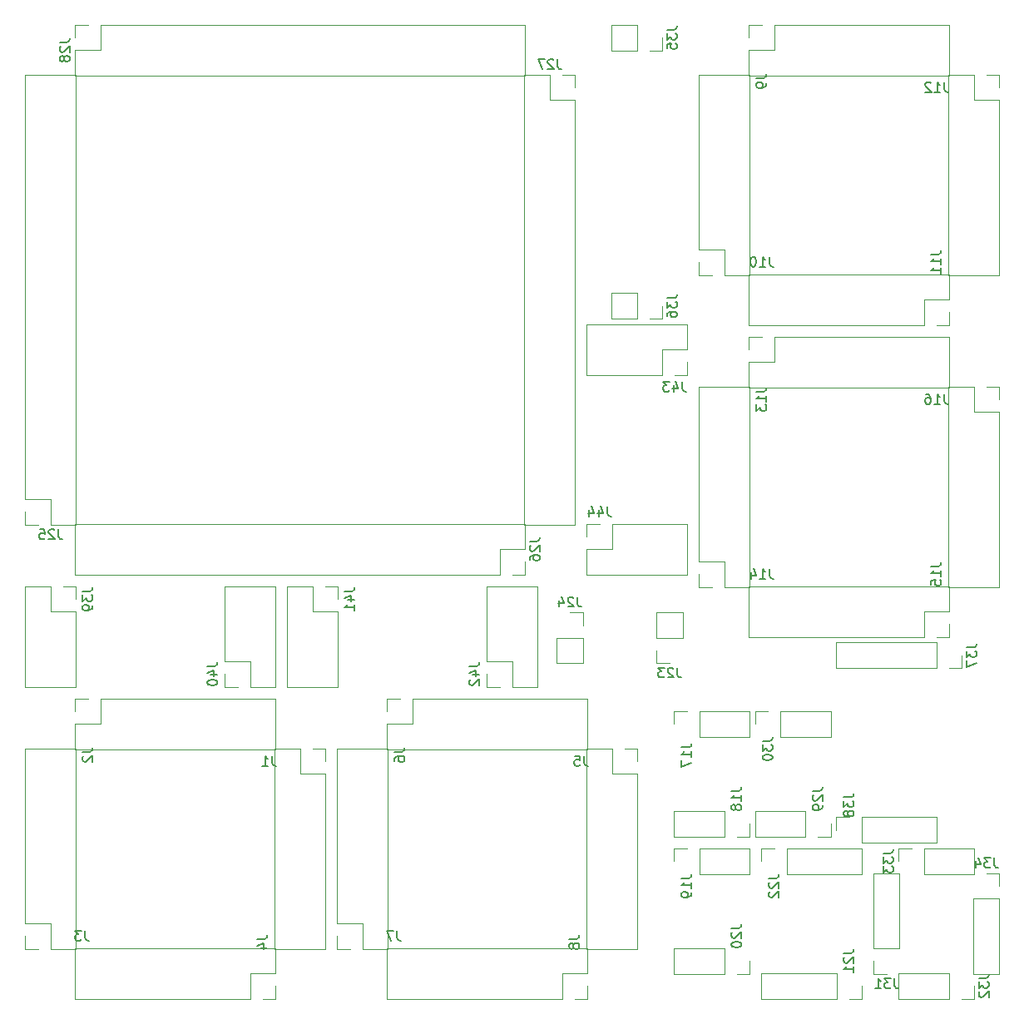
<source format=gbr>
G04 #@! TF.GenerationSoftware,KiCad,Pcbnew,5.0.2-bee76a0~70~ubuntu16.04.1*
G04 #@! TF.CreationDate,2019-05-26T13:41:25+03:00*
G04 #@! TF.ProjectId,FreeEEG32-prealpha2,46726565-4545-4473-9332-2d707265616c,rev?*
G04 #@! TF.SameCoordinates,Original*
G04 #@! TF.FileFunction,Legend,Bot*
G04 #@! TF.FilePolarity,Positive*
%FSLAX46Y46*%
G04 Gerber Fmt 4.6, Leading zero omitted, Abs format (unit mm)*
G04 Created by KiCad (PCBNEW 5.0.2-bee76a0~70~ubuntu16.04.1) date Вс 26 май 2019 13:41:25*
%MOMM*%
%LPD*%
G01*
G04 APERTURE LIST*
%ADD10C,0.120000*%
%ADD11C,0.150000*%
G04 APERTURE END LIST*
D10*
G04 #@! TO.C,J17*
X16450150Y-20260430D02*
X16450150Y-21590430D01*
X17780150Y-20260430D02*
X16450150Y-20260430D01*
X19050150Y-20260430D02*
X19050150Y-22920430D01*
X19050150Y-22920430D02*
X24190150Y-22920430D01*
X19050150Y-20260430D02*
X24190150Y-20260430D01*
X24190150Y-20260430D02*
X24190150Y-22920430D01*
G04 #@! TO.C,J39*
X-44390000Y-7560000D02*
X-45720000Y-7560000D01*
X-44390000Y-8890000D02*
X-44390000Y-7560000D01*
X-46990000Y-7560000D02*
X-49590000Y-7560000D01*
X-46990000Y-10160000D02*
X-46990000Y-7560000D01*
X-44390000Y-10160000D02*
X-46990000Y-10160000D01*
X-49590000Y-7560000D02*
X-49590000Y-17840000D01*
X-44390000Y-10160000D02*
X-44390000Y-17840000D01*
X-44390000Y-17840000D02*
X-49590000Y-17840000D01*
G04 #@! TO.C,J40*
X-29270000Y-7560000D02*
X-24070000Y-7560000D01*
X-29270000Y-15240000D02*
X-29270000Y-7560000D01*
X-24070000Y-17840000D02*
X-24070000Y-7560000D01*
X-29270000Y-15240000D02*
X-26670000Y-15240000D01*
X-26670000Y-15240000D02*
X-26670000Y-17840000D01*
X-26670000Y-17840000D02*
X-24070000Y-17840000D01*
X-29270000Y-16510000D02*
X-29270000Y-17840000D01*
X-29270000Y-17840000D02*
X-27940000Y-17840000D01*
G04 #@! TO.C,J41*
X-17720000Y-17840000D02*
X-22920000Y-17840000D01*
X-17720000Y-10160000D02*
X-17720000Y-17840000D01*
X-22920000Y-7560000D02*
X-22920000Y-17840000D01*
X-17720000Y-10160000D02*
X-20320000Y-10160000D01*
X-20320000Y-10160000D02*
X-20320000Y-7560000D01*
X-20320000Y-7560000D02*
X-22920000Y-7560000D01*
X-17720000Y-8890000D02*
X-17720000Y-7560000D01*
X-17720000Y-7560000D02*
X-19050000Y-7560000D01*
G04 #@! TO.C,J42*
X-2600000Y-17840000D02*
X-1270000Y-17840000D01*
X-2600000Y-16510000D02*
X-2600000Y-17840000D01*
X0Y-17840000D02*
X2600000Y-17840000D01*
X0Y-15240000D02*
X0Y-17840000D01*
X-2600000Y-15240000D02*
X0Y-15240000D01*
X2600000Y-17840000D02*
X2600000Y-7560000D01*
X-2600000Y-15240000D02*
X-2600000Y-7560000D01*
X-2600000Y-7560000D02*
X2600000Y-7560000D01*
G04 #@! TO.C,J22*
X35620000Y-34230000D02*
X35620000Y-36890000D01*
X27940000Y-34230000D02*
X35620000Y-34230000D01*
X27940000Y-36890000D02*
X35620000Y-36890000D01*
X27940000Y-34230000D02*
X27940000Y-36890000D01*
X26670000Y-34230000D02*
X25340000Y-34230000D01*
X25340000Y-34230000D02*
X25340000Y-35560000D01*
G04 #@! TO.C,J16*
X49590000Y12760000D02*
X48260000Y12760000D01*
X49590000Y11430000D02*
X49590000Y12760000D01*
X46990000Y12760000D02*
X44390000Y12760000D01*
X46990000Y10160000D02*
X46990000Y12760000D01*
X49590000Y10160000D02*
X46990000Y10160000D01*
X44390000Y12760000D02*
X44390000Y-7680000D01*
X49590000Y10160000D02*
X49590000Y-7680000D01*
X49590000Y-7680000D02*
X44390000Y-7680000D01*
G04 #@! TO.C,J43*
X17840000Y13910000D02*
X17840000Y15240000D01*
X16510000Y13910000D02*
X17840000Y13910000D01*
X17840000Y16510000D02*
X17840000Y19110000D01*
X15240000Y16510000D02*
X17840000Y16510000D01*
X15240000Y13910000D02*
X15240000Y16510000D01*
X17840000Y19110000D02*
X7560000Y19110000D01*
X15240000Y13910000D02*
X7560000Y13910000D01*
X7560000Y13910000D02*
X7560000Y19110000D01*
G04 #@! TO.C,J44*
X17840000Y-1210000D02*
X17840000Y-6410000D01*
X10160000Y-1210000D02*
X17840000Y-1210000D01*
X7560000Y-6410000D02*
X17840000Y-6410000D01*
X10160000Y-1210000D02*
X10160000Y-3810000D01*
X10160000Y-3810000D02*
X7560000Y-3810000D01*
X7560000Y-3810000D02*
X7560000Y-6410000D01*
X8890000Y-1210000D02*
X7560000Y-1210000D01*
X7560000Y-1210000D02*
X7560000Y-2540000D01*
G04 #@! TO.C,J21*
X25340000Y-49590000D02*
X25340000Y-46930000D01*
X33020000Y-49590000D02*
X25340000Y-49590000D01*
X33020000Y-46930000D02*
X25340000Y-46930000D01*
X33020000Y-49590000D02*
X33020000Y-46930000D01*
X34290000Y-49590000D02*
X35620000Y-49590000D01*
X35620000Y-49590000D02*
X35620000Y-48260000D01*
G04 #@! TO.C,J30*
X24705000Y-20260000D02*
X24705000Y-21590000D01*
X26035000Y-20260000D02*
X24705000Y-20260000D01*
X27305000Y-20260000D02*
X27305000Y-22920000D01*
X27305000Y-22920000D02*
X32445000Y-22920000D01*
X27305000Y-20260000D02*
X32445000Y-20260000D01*
X32445000Y-20260000D02*
X32445000Y-22920000D01*
G04 #@! TO.C,J29*
X32445000Y-33080000D02*
X32445000Y-31750000D01*
X31115000Y-33080000D02*
X32445000Y-33080000D01*
X29845000Y-33080000D02*
X29845000Y-30420000D01*
X29845000Y-30420000D02*
X24705000Y-30420000D01*
X29845000Y-33080000D02*
X24705000Y-33080000D01*
X24705000Y-33080000D02*
X24705000Y-30420000D01*
G04 #@! TO.C,J19*
X16450150Y-34230430D02*
X16450150Y-35560430D01*
X17780150Y-34230430D02*
X16450150Y-34230430D01*
X19050150Y-34230430D02*
X19050150Y-36890430D01*
X19050150Y-36890430D02*
X24190150Y-36890430D01*
X19050150Y-34230430D02*
X24190150Y-34230430D01*
X24190150Y-34230430D02*
X24190150Y-36890430D01*
G04 #@! TO.C,J20*
X24190150Y-47050431D02*
X24190150Y-45720431D01*
X22860150Y-47050431D02*
X24190150Y-47050431D01*
X21590150Y-47050431D02*
X21590150Y-44390431D01*
X21590150Y-44390431D02*
X16450150Y-44390431D01*
X21590150Y-47050431D02*
X16450150Y-47050431D01*
X16450150Y-47050431D02*
X16450150Y-44390431D01*
G04 #@! TO.C,J18*
X24190150Y-33080429D02*
X24190150Y-31750429D01*
X22860150Y-33080429D02*
X24190150Y-33080429D01*
X21590150Y-33080429D02*
X21590150Y-30420429D01*
X21590150Y-30420429D02*
X16450150Y-30420429D01*
X21590150Y-33080429D02*
X16450150Y-33080429D01*
X16450150Y-33080429D02*
X16450150Y-30420429D01*
G04 #@! TO.C,J23*
X14679089Y-10213353D02*
X17339089Y-10213353D01*
X14679089Y-12813353D02*
X14679089Y-10213353D01*
X17339089Y-12813353D02*
X17339089Y-10213353D01*
X14679089Y-12813353D02*
X17339089Y-12813353D01*
X14679089Y-14083353D02*
X14679089Y-15413353D01*
X14679089Y-15413353D02*
X16009089Y-15413353D01*
G04 #@! TO.C,J24*
X7179089Y-15413353D02*
X4519089Y-15413353D01*
X7179089Y-12813353D02*
X7179089Y-15413353D01*
X4519089Y-12813353D02*
X4519089Y-15413353D01*
X7179089Y-12813353D02*
X4519089Y-12813353D01*
X7179089Y-11543353D02*
X7179089Y-10213353D01*
X7179089Y-10213353D02*
X5849089Y-10213353D01*
G04 #@! TO.C,J5*
X12760000Y-24070000D02*
X11430000Y-24070000D01*
X12760000Y-25400000D02*
X12760000Y-24070000D01*
X10160000Y-24070000D02*
X7560000Y-24070000D01*
X10160000Y-26670000D02*
X10160000Y-24070000D01*
X12760000Y-26670000D02*
X10160000Y-26670000D01*
X7560000Y-24070000D02*
X7560000Y-44510000D01*
X12760000Y-26670000D02*
X12760000Y-44510000D01*
X12760000Y-44510000D02*
X7560000Y-44510000D01*
G04 #@! TO.C,J6*
X-12760000Y-18990000D02*
X-12760000Y-20320000D01*
X-11430000Y-18990000D02*
X-12760000Y-18990000D01*
X-12760000Y-21590000D02*
X-12760000Y-24190000D01*
X-10160000Y-21590000D02*
X-12760000Y-21590000D01*
X-10160000Y-18990000D02*
X-10160000Y-21590000D01*
X-12760000Y-24190000D02*
X7680000Y-24190000D01*
X-10160000Y-18990000D02*
X7680000Y-18990000D01*
X7680000Y-18990000D02*
X7680000Y-24190000D01*
G04 #@! TO.C,J7*
X-17840000Y-44510000D02*
X-16510000Y-44510000D01*
X-17840000Y-43180000D02*
X-17840000Y-44510000D01*
X-15240000Y-44510000D02*
X-12640000Y-44510000D01*
X-15240000Y-41910000D02*
X-15240000Y-44510000D01*
X-17840000Y-41910000D02*
X-15240000Y-41910000D01*
X-12640000Y-44510000D02*
X-12640000Y-24070000D01*
X-17840000Y-41910000D02*
X-17840000Y-24070000D01*
X-17840000Y-24070000D02*
X-12640000Y-24070000D01*
G04 #@! TO.C,J8*
X7680000Y-49590000D02*
X7680000Y-48260000D01*
X6350000Y-49590000D02*
X7680000Y-49590000D01*
X7680000Y-46990000D02*
X7680000Y-44390000D01*
X5080000Y-46990000D02*
X7680000Y-46990000D01*
X5080000Y-49590000D02*
X5080000Y-46990000D01*
X7680000Y-44390000D02*
X-12760000Y-44390000D01*
X5080000Y-49590000D02*
X-12760000Y-49590000D01*
X-12760000Y-49590000D02*
X-12760000Y-44390000D01*
G04 #@! TO.C,J15*
X44510000Y-12760000D02*
X44510000Y-11430000D01*
X43180000Y-12760000D02*
X44510000Y-12760000D01*
X44510000Y-10160000D02*
X44510000Y-7560000D01*
X41910000Y-10160000D02*
X44510000Y-10160000D01*
X41910000Y-12760000D02*
X41910000Y-10160000D01*
X44510000Y-7560000D02*
X24070000Y-7560000D01*
X41910000Y-12760000D02*
X24070000Y-12760000D01*
X24070000Y-12760000D02*
X24070000Y-7560000D01*
G04 #@! TO.C,J14*
X18990000Y-7680000D02*
X20320000Y-7680000D01*
X18990000Y-6350000D02*
X18990000Y-7680000D01*
X21590000Y-7680000D02*
X24190000Y-7680000D01*
X21590000Y-5080000D02*
X21590000Y-7680000D01*
X18990000Y-5080000D02*
X21590000Y-5080000D01*
X24190000Y-7680000D02*
X24190000Y12760000D01*
X18990000Y-5080000D02*
X18990000Y12760000D01*
X18990000Y12760000D02*
X24190000Y12760000D01*
G04 #@! TO.C,J13*
X24070000Y17840000D02*
X24070000Y16510000D01*
X25400000Y17840000D02*
X24070000Y17840000D01*
X24070000Y15240000D02*
X24070000Y12640000D01*
X26670000Y15240000D02*
X24070000Y15240000D01*
X26670000Y17840000D02*
X26670000Y15240000D01*
X24070000Y12640000D02*
X44510000Y12640000D01*
X26670000Y17840000D02*
X44510000Y17840000D01*
X44510000Y17840000D02*
X44510000Y12640000D01*
G04 #@! TO.C,J11*
X44493494Y18990000D02*
X44493494Y20320000D01*
X43163494Y18990000D02*
X44493494Y18990000D01*
X44493494Y21590000D02*
X44493494Y24190000D01*
X41893494Y21590000D02*
X44493494Y21590000D01*
X41893494Y18990000D02*
X41893494Y21590000D01*
X44493494Y24190000D02*
X24053494Y24190000D01*
X41893494Y18990000D02*
X24053494Y18990000D01*
X24053494Y18990000D02*
X24053494Y24190000D01*
G04 #@! TO.C,J9*
X24070000Y49590000D02*
X24070000Y48260000D01*
X25400000Y49590000D02*
X24070000Y49590000D01*
X24070000Y46990000D02*
X24070000Y44390000D01*
X26670000Y46990000D02*
X24070000Y46990000D01*
X26670000Y49590000D02*
X26670000Y46990000D01*
X24070000Y44390000D02*
X44510000Y44390000D01*
X26670000Y49590000D02*
X44510000Y49590000D01*
X44510000Y49590000D02*
X44510000Y44390000D01*
G04 #@! TO.C,J10*
X18990000Y24070000D02*
X20320000Y24070000D01*
X18990000Y25400000D02*
X18990000Y24070000D01*
X21590000Y24070000D02*
X24190000Y24070000D01*
X21590000Y26670000D02*
X21590000Y24070000D01*
X18990000Y26670000D02*
X21590000Y26670000D01*
X24190000Y24070000D02*
X24190000Y44510000D01*
X18990000Y26670000D02*
X18990000Y44510000D01*
X18990000Y44510000D02*
X24190000Y44510000D01*
G04 #@! TO.C,J12*
X49590000Y44510000D02*
X48260000Y44510000D01*
X49590000Y43180000D02*
X49590000Y44510000D01*
X46990000Y44510000D02*
X44390000Y44510000D01*
X46990000Y41910000D02*
X46990000Y44510000D01*
X49590000Y41910000D02*
X46990000Y41910000D01*
X44390000Y44510000D02*
X44390000Y24070000D01*
X49590000Y41910000D02*
X49590000Y24070000D01*
X49590000Y24070000D02*
X44390000Y24070000D01*
G04 #@! TO.C,J1*
X-18990000Y-24070000D02*
X-20320000Y-24070000D01*
X-18990000Y-25400000D02*
X-18990000Y-24070000D01*
X-21590000Y-24070000D02*
X-24190000Y-24070000D01*
X-21590000Y-26670000D02*
X-21590000Y-24070000D01*
X-18990000Y-26670000D02*
X-21590000Y-26670000D01*
X-24190000Y-24070000D02*
X-24190000Y-44510000D01*
X-18990000Y-26670000D02*
X-18990000Y-44510000D01*
X-18990000Y-44510000D02*
X-24190000Y-44510000D01*
G04 #@! TO.C,J2*
X-44510000Y-18990000D02*
X-44510000Y-20320000D01*
X-43180000Y-18990000D02*
X-44510000Y-18990000D01*
X-44510000Y-21590000D02*
X-44510000Y-24190000D01*
X-41910000Y-21590000D02*
X-44510000Y-21590000D01*
X-41910000Y-18990000D02*
X-41910000Y-21590000D01*
X-44510000Y-24190000D02*
X-24070000Y-24190000D01*
X-41910000Y-18990000D02*
X-24070000Y-18990000D01*
X-24070000Y-18990000D02*
X-24070000Y-24190000D01*
G04 #@! TO.C,J3*
X-49590000Y-44509999D02*
X-48260000Y-44509999D01*
X-49590000Y-43179999D02*
X-49590000Y-44509999D01*
X-46990000Y-44509999D02*
X-44390000Y-44509999D01*
X-46990000Y-41909999D02*
X-46990000Y-44509999D01*
X-49590000Y-41909999D02*
X-46990000Y-41909999D01*
X-44390000Y-44509999D02*
X-44390000Y-24069999D01*
X-49590000Y-41909999D02*
X-49590000Y-24069999D01*
X-49590000Y-24069999D02*
X-44390000Y-24069999D01*
G04 #@! TO.C,J4*
X-24070000Y-49590000D02*
X-24070000Y-48260000D01*
X-25400000Y-49590000D02*
X-24070000Y-49590000D01*
X-24070000Y-46990000D02*
X-24070000Y-44390000D01*
X-26670000Y-46990000D02*
X-24070000Y-46990000D01*
X-26670000Y-49590000D02*
X-26670000Y-46990000D01*
X-24070000Y-44390000D02*
X-44510000Y-44390000D01*
X-26670000Y-49590000D02*
X-44510000Y-49590000D01*
X-44510000Y-49590000D02*
X-44510000Y-44390000D01*
G04 #@! TO.C,J31*
X36770000Y-47050000D02*
X38100000Y-47050000D01*
X36770000Y-45720000D02*
X36770000Y-47050000D01*
X36770000Y-44450000D02*
X39430000Y-44450000D01*
X39430000Y-44450000D02*
X39430000Y-36770000D01*
X36770000Y-44450000D02*
X36770000Y-36770000D01*
X36770000Y-36770000D02*
X39430000Y-36770000D01*
G04 #@! TO.C,J32*
X39310000Y-49590000D02*
X39310000Y-46930000D01*
X44450000Y-49590000D02*
X39310000Y-49590000D01*
X44450000Y-46930000D02*
X39310000Y-46930000D01*
X44450000Y-49590000D02*
X44450000Y-46930000D01*
X45720000Y-49590000D02*
X47050000Y-49590000D01*
X47050000Y-49590000D02*
X47050000Y-48260000D01*
G04 #@! TO.C,J33*
X39310000Y-34230000D02*
X39310000Y-35560000D01*
X40640000Y-34230000D02*
X39310000Y-34230000D01*
X41910000Y-34230000D02*
X41910000Y-36890000D01*
X41910000Y-36890000D02*
X47050000Y-36890000D01*
X41910000Y-34230000D02*
X47050000Y-34230000D01*
X47050000Y-34230000D02*
X47050000Y-36890000D01*
G04 #@! TO.C,J34*
X49590000Y-47050000D02*
X46930000Y-47050000D01*
X49590000Y-39370000D02*
X49590000Y-47050000D01*
X46930000Y-39370000D02*
X46930000Y-47050000D01*
X49590000Y-39370000D02*
X46930000Y-39370000D01*
X49590000Y-38100000D02*
X49590000Y-36770000D01*
X49590000Y-36770000D02*
X48260000Y-36770000D01*
G04 #@! TO.C,J35*
X10100001Y46930000D02*
X10100001Y49590000D01*
X12700001Y46930000D02*
X10100001Y46930000D01*
X12700001Y49590000D02*
X10100001Y49590000D01*
X12700001Y46930000D02*
X12700001Y49590000D01*
X13970001Y46930000D02*
X15300001Y46930000D01*
X15300001Y46930000D02*
X15300001Y48260000D01*
G04 #@! TO.C,J36*
X15300000Y19625000D02*
X15300000Y20955000D01*
X13970000Y19625000D02*
X15300000Y19625000D01*
X12700000Y19625000D02*
X12700000Y22285000D01*
X12700000Y22285000D02*
X10100000Y22285000D01*
X12700000Y19625000D02*
X10100000Y19625000D01*
X10100000Y19625000D02*
X10100000Y22285000D01*
G04 #@! TO.C,J37*
X32960000Y-15935000D02*
X32960000Y-13275000D01*
X43180000Y-15935000D02*
X32960000Y-15935000D01*
X43180000Y-13275000D02*
X32960000Y-13275000D01*
X43180000Y-15935000D02*
X43180000Y-13275000D01*
X44450000Y-15935000D02*
X45780000Y-15935000D01*
X45780000Y-15935000D02*
X45780000Y-14605000D01*
G04 #@! TO.C,J38*
X43240000Y-31055000D02*
X43240000Y-33715000D01*
X35560000Y-31055000D02*
X43240000Y-31055000D01*
X35560000Y-33715000D02*
X43240000Y-33715000D01*
X35560000Y-31055000D02*
X35560000Y-33715000D01*
X34290000Y-31055000D02*
X32960000Y-31055000D01*
X32960000Y-31055000D02*
X32960000Y-32385000D01*
G04 #@! TO.C,J25*
X-49590000Y44510000D02*
X-44390000Y44510000D01*
X-49590000Y1270000D02*
X-49590000Y44510000D01*
X-44390000Y-1330000D02*
X-44390000Y44510000D01*
X-49590000Y1270000D02*
X-46990000Y1270000D01*
X-46990000Y1270000D02*
X-46990000Y-1330000D01*
X-46990000Y-1330000D02*
X-44390000Y-1330000D01*
X-49590000Y0D02*
X-49590000Y-1330000D01*
X-49590000Y-1330000D02*
X-48260000Y-1330000D01*
G04 #@! TO.C,J26*
X1330000Y-6410000D02*
X1330000Y-5080000D01*
X0Y-6410000D02*
X1330000Y-6410000D01*
X1330000Y-3810000D02*
X1330000Y-1210000D01*
X-1270000Y-3810000D02*
X1330000Y-3810000D01*
X-1270000Y-6410000D02*
X-1270000Y-3810000D01*
X1330000Y-1210000D02*
X-44510000Y-1210000D01*
X-1270000Y-6410000D02*
X-44510000Y-6410000D01*
X-44510000Y-6410000D02*
X-44510000Y-1210000D01*
G04 #@! TO.C,J27*
X6410000Y44510000D02*
X5080000Y44510000D01*
X6410000Y43180000D02*
X6410000Y44510000D01*
X3810000Y44510000D02*
X1210000Y44510000D01*
X3810000Y41910000D02*
X3810000Y44510000D01*
X6410000Y41910000D02*
X3810000Y41910000D01*
X1210000Y44510000D02*
X1210000Y-1330000D01*
X6410000Y41910000D02*
X6410000Y-1330000D01*
X6410000Y-1330000D02*
X1210000Y-1330000D01*
G04 #@! TO.C,J28*
X1330000Y49590000D02*
X1330000Y44390000D01*
X-41910000Y49590000D02*
X1330000Y49590000D01*
X-44510000Y44390000D02*
X1330000Y44390000D01*
X-41910000Y49590000D02*
X-41910000Y46990000D01*
X-41910000Y46990000D02*
X-44510000Y46990000D01*
X-44510000Y46990000D02*
X-44510000Y44390000D01*
X-43180000Y49590000D02*
X-44510000Y49590000D01*
X-44510000Y49590000D02*
X-44510000Y48260000D01*
G04 #@! TO.C,J17*
D11*
X17232530Y-23955906D02*
X17946816Y-23955906D01*
X18089673Y-23908287D01*
X18184911Y-23813049D01*
X18232530Y-23670191D01*
X18232530Y-23574953D01*
X18232530Y-24955906D02*
X18232530Y-24384477D01*
X18232530Y-24670191D02*
X17232530Y-24670191D01*
X17375388Y-24574953D01*
X17470626Y-24479715D01*
X17518245Y-24384477D01*
X17232530Y-25289239D02*
X17232530Y-25955906D01*
X18232530Y-25527334D01*
G04 #@! TO.C,J39*
X-43727619Y-8080476D02*
X-43013333Y-8080476D01*
X-42870476Y-8032857D01*
X-42775238Y-7937619D01*
X-42727619Y-7794761D01*
X-42727619Y-7699523D01*
X-43727619Y-8461428D02*
X-43727619Y-9080476D01*
X-43346666Y-8747142D01*
X-43346666Y-8890000D01*
X-43299047Y-8985238D01*
X-43251428Y-9032857D01*
X-43156190Y-9080476D01*
X-42918095Y-9080476D01*
X-42822857Y-9032857D01*
X-42775238Y-8985238D01*
X-42727619Y-8890000D01*
X-42727619Y-8604285D01*
X-42775238Y-8509047D01*
X-42822857Y-8461428D01*
X-42727619Y-9556666D02*
X-42727619Y-9747142D01*
X-42775238Y-9842380D01*
X-42822857Y-9890000D01*
X-42965714Y-9985238D01*
X-43156190Y-10032857D01*
X-43537142Y-10032857D01*
X-43632380Y-9985238D01*
X-43680000Y-9937619D01*
X-43727619Y-9842380D01*
X-43727619Y-9651904D01*
X-43680000Y-9556666D01*
X-43632380Y-9509047D01*
X-43537142Y-9461428D01*
X-43299047Y-9461428D01*
X-43203809Y-9509047D01*
X-43156190Y-9556666D01*
X-43108571Y-9651904D01*
X-43108571Y-9842380D01*
X-43156190Y-9937619D01*
X-43203809Y-9985238D01*
X-43299047Y-10032857D01*
G04 #@! TO.C,J40*
X-31027619Y-15700476D02*
X-30313333Y-15700476D01*
X-30170476Y-15652857D01*
X-30075238Y-15557619D01*
X-30027619Y-15414761D01*
X-30027619Y-15319523D01*
X-30694285Y-16605238D02*
X-30027619Y-16605238D01*
X-31075238Y-16367142D02*
X-30360952Y-16129047D01*
X-30360952Y-16748095D01*
X-31027619Y-17319523D02*
X-31027619Y-17414761D01*
X-30980000Y-17510000D01*
X-30932380Y-17557619D01*
X-30837142Y-17605238D01*
X-30646666Y-17652857D01*
X-30408571Y-17652857D01*
X-30218095Y-17605238D01*
X-30122857Y-17557619D01*
X-30075238Y-17510000D01*
X-30027619Y-17414761D01*
X-30027619Y-17319523D01*
X-30075238Y-17224285D01*
X-30122857Y-17176666D01*
X-30218095Y-17129047D01*
X-30408571Y-17081428D01*
X-30646666Y-17081428D01*
X-30837142Y-17129047D01*
X-30932380Y-17176666D01*
X-30980000Y-17224285D01*
X-31027619Y-17319523D01*
G04 #@! TO.C,J41*
X-17057619Y-8080476D02*
X-16343333Y-8080476D01*
X-16200476Y-8032857D01*
X-16105238Y-7937619D01*
X-16057619Y-7794761D01*
X-16057619Y-7699523D01*
X-16724285Y-8985238D02*
X-16057619Y-8985238D01*
X-17105238Y-8747142D02*
X-16390952Y-8509047D01*
X-16390952Y-9128095D01*
X-16057619Y-10032857D02*
X-16057619Y-9461428D01*
X-16057619Y-9747142D02*
X-17057619Y-9747142D01*
X-16914761Y-9651904D01*
X-16819523Y-9556666D01*
X-16771904Y-9461428D01*
G04 #@! TO.C,J42*
X-4357619Y-15700476D02*
X-3643333Y-15700476D01*
X-3500476Y-15652857D01*
X-3405238Y-15557619D01*
X-3357619Y-15414761D01*
X-3357619Y-15319523D01*
X-4024285Y-16605238D02*
X-3357619Y-16605238D01*
X-4405238Y-16367142D02*
X-3690952Y-16129047D01*
X-3690952Y-16748095D01*
X-4262380Y-17081428D02*
X-4310000Y-17129047D01*
X-4357619Y-17224285D01*
X-4357619Y-17462380D01*
X-4310000Y-17557619D01*
X-4262380Y-17605238D01*
X-4167142Y-17652857D01*
X-4071904Y-17652857D01*
X-3929047Y-17605238D01*
X-3357619Y-17033809D01*
X-3357619Y-17652857D01*
G04 #@! TO.C,J22*
X26122380Y-37290476D02*
X26836666Y-37290476D01*
X26979523Y-37242857D01*
X27074761Y-37147619D01*
X27122380Y-37004761D01*
X27122380Y-36909523D01*
X26217619Y-37719047D02*
X26170000Y-37766666D01*
X26122380Y-37861904D01*
X26122380Y-38100000D01*
X26170000Y-38195238D01*
X26217619Y-38242857D01*
X26312857Y-38290476D01*
X26408095Y-38290476D01*
X26550952Y-38242857D01*
X27122380Y-37671428D01*
X27122380Y-38290476D01*
X26217619Y-38671428D02*
X26170000Y-38719047D01*
X26122380Y-38814285D01*
X26122380Y-39052380D01*
X26170000Y-39147619D01*
X26217619Y-39195238D01*
X26312857Y-39242857D01*
X26408095Y-39242857D01*
X26550952Y-39195238D01*
X27122380Y-38623809D01*
X27122380Y-39242857D01*
G04 #@! TO.C,J16*
X43989523Y11977619D02*
X43989523Y11263333D01*
X44037142Y11120476D01*
X44132380Y11025238D01*
X44275238Y10977619D01*
X44370476Y10977619D01*
X42989523Y10977619D02*
X43560952Y10977619D01*
X43275238Y10977619D02*
X43275238Y11977619D01*
X43370476Y11834761D01*
X43465714Y11739523D01*
X43560952Y11691904D01*
X42132380Y11977619D02*
X42322857Y11977619D01*
X42418095Y11930000D01*
X42465714Y11882380D01*
X42560952Y11739523D01*
X42608571Y11549047D01*
X42608571Y11168095D01*
X42560952Y11072857D01*
X42513333Y11025238D01*
X42418095Y10977619D01*
X42227619Y10977619D01*
X42132380Y11025238D01*
X42084761Y11072857D01*
X42037142Y11168095D01*
X42037142Y11406190D01*
X42084761Y11501428D01*
X42132380Y11549047D01*
X42227619Y11596666D01*
X42418095Y11596666D01*
X42513333Y11549047D01*
X42560952Y11501428D01*
X42608571Y11406190D01*
G04 #@! TO.C,J43*
X17319523Y13247619D02*
X17319523Y12533333D01*
X17367142Y12390476D01*
X17462380Y12295238D01*
X17605238Y12247619D01*
X17700476Y12247619D01*
X16414761Y12914285D02*
X16414761Y12247619D01*
X16652857Y13295238D02*
X16890952Y12580952D01*
X16271904Y12580952D01*
X15986190Y13247619D02*
X15367142Y13247619D01*
X15700476Y12866666D01*
X15557619Y12866666D01*
X15462380Y12819047D01*
X15414761Y12771428D01*
X15367142Y12676190D01*
X15367142Y12438095D01*
X15414761Y12342857D01*
X15462380Y12295238D01*
X15557619Y12247619D01*
X15843333Y12247619D01*
X15938571Y12295238D01*
X15986190Y12342857D01*
G04 #@! TO.C,J44*
X9699523Y547619D02*
X9699523Y-166666D01*
X9747142Y-309523D01*
X9842380Y-404761D01*
X9985238Y-452380D01*
X10080476Y-452380D01*
X8794761Y214285D02*
X8794761Y-452380D01*
X9032857Y595238D02*
X9270952Y-119047D01*
X8651904Y-119047D01*
X7842380Y214285D02*
X7842380Y-452380D01*
X8080476Y595238D02*
X8318571Y-119047D01*
X7699523Y-119047D01*
G04 #@! TO.C,J21*
X33742380Y-44910476D02*
X34456666Y-44910476D01*
X34599523Y-44862857D01*
X34694761Y-44767619D01*
X34742380Y-44624761D01*
X34742380Y-44529523D01*
X33837619Y-45339047D02*
X33790000Y-45386666D01*
X33742380Y-45481904D01*
X33742380Y-45720000D01*
X33790000Y-45815238D01*
X33837619Y-45862857D01*
X33932857Y-45910476D01*
X34028095Y-45910476D01*
X34170952Y-45862857D01*
X34742380Y-45291428D01*
X34742380Y-45910476D01*
X34742380Y-46862857D02*
X34742380Y-46291428D01*
X34742380Y-46577142D02*
X33742380Y-46577142D01*
X33885238Y-46481904D01*
X33980476Y-46386666D01*
X34028095Y-46291428D01*
G04 #@! TO.C,J30*
X25487380Y-23320476D02*
X26201666Y-23320476D01*
X26344523Y-23272857D01*
X26439761Y-23177619D01*
X26487380Y-23034761D01*
X26487380Y-22939523D01*
X25487380Y-23701428D02*
X25487380Y-24320476D01*
X25868333Y-23987142D01*
X25868333Y-24130000D01*
X25915952Y-24225238D01*
X25963571Y-24272857D01*
X26058809Y-24320476D01*
X26296904Y-24320476D01*
X26392142Y-24272857D01*
X26439761Y-24225238D01*
X26487380Y-24130000D01*
X26487380Y-23844285D01*
X26439761Y-23749047D01*
X26392142Y-23701428D01*
X25487380Y-24939523D02*
X25487380Y-25034761D01*
X25535000Y-25130000D01*
X25582619Y-25177619D01*
X25677857Y-25225238D01*
X25868333Y-25272857D01*
X26106428Y-25272857D01*
X26296904Y-25225238D01*
X26392142Y-25177619D01*
X26439761Y-25130000D01*
X26487380Y-25034761D01*
X26487380Y-24939523D01*
X26439761Y-24844285D01*
X26392142Y-24796666D01*
X26296904Y-24749047D01*
X26106428Y-24701428D01*
X25868333Y-24701428D01*
X25677857Y-24749047D01*
X25582619Y-24796666D01*
X25535000Y-24844285D01*
X25487380Y-24939523D01*
G04 #@! TO.C,J29*
X30567380Y-28400476D02*
X31281666Y-28400476D01*
X31424523Y-28352857D01*
X31519761Y-28257619D01*
X31567380Y-28114761D01*
X31567380Y-28019523D01*
X30662619Y-28829047D02*
X30615000Y-28876666D01*
X30567380Y-28971904D01*
X30567380Y-29210000D01*
X30615000Y-29305238D01*
X30662619Y-29352857D01*
X30757857Y-29400476D01*
X30853095Y-29400476D01*
X30995952Y-29352857D01*
X31567380Y-28781428D01*
X31567380Y-29400476D01*
X31567380Y-29876666D02*
X31567380Y-30067142D01*
X31519761Y-30162380D01*
X31472142Y-30210000D01*
X31329285Y-30305238D01*
X31138809Y-30352857D01*
X30757857Y-30352857D01*
X30662619Y-30305238D01*
X30615000Y-30257619D01*
X30567380Y-30162380D01*
X30567380Y-29971904D01*
X30615000Y-29876666D01*
X30662619Y-29829047D01*
X30757857Y-29781428D01*
X30995952Y-29781428D01*
X31091190Y-29829047D01*
X31138809Y-29876666D01*
X31186428Y-29971904D01*
X31186428Y-30162380D01*
X31138809Y-30257619D01*
X31091190Y-30305238D01*
X30995952Y-30352857D01*
G04 #@! TO.C,J19*
X17232530Y-37290906D02*
X17946816Y-37290906D01*
X18089673Y-37243287D01*
X18184911Y-37148049D01*
X18232530Y-37005191D01*
X18232530Y-36909953D01*
X18232530Y-38290906D02*
X18232530Y-37719477D01*
X18232530Y-38005191D02*
X17232530Y-38005191D01*
X17375388Y-37909953D01*
X17470626Y-37814715D01*
X17518245Y-37719477D01*
X18232530Y-38767096D02*
X18232530Y-38957572D01*
X18184911Y-39052810D01*
X18137292Y-39100430D01*
X17994435Y-39195668D01*
X17803959Y-39243287D01*
X17423007Y-39243287D01*
X17327769Y-39195668D01*
X17280150Y-39148049D01*
X17232530Y-39052810D01*
X17232530Y-38862334D01*
X17280150Y-38767096D01*
X17327769Y-38719477D01*
X17423007Y-38671858D01*
X17661102Y-38671858D01*
X17756340Y-38719477D01*
X17803959Y-38767096D01*
X17851578Y-38862334D01*
X17851578Y-39052810D01*
X17803959Y-39148049D01*
X17756340Y-39195668D01*
X17661102Y-39243287D01*
G04 #@! TO.C,J20*
X22312530Y-42370906D02*
X23026816Y-42370906D01*
X23169673Y-42323287D01*
X23264911Y-42228049D01*
X23312530Y-42085191D01*
X23312530Y-41989953D01*
X22407769Y-42799477D02*
X22360150Y-42847096D01*
X22312530Y-42942334D01*
X22312530Y-43180430D01*
X22360150Y-43275668D01*
X22407769Y-43323287D01*
X22503007Y-43370906D01*
X22598245Y-43370906D01*
X22741102Y-43323287D01*
X23312530Y-42751858D01*
X23312530Y-43370906D01*
X22312530Y-43989953D02*
X22312530Y-44085191D01*
X22360150Y-44180430D01*
X22407769Y-44228049D01*
X22503007Y-44275668D01*
X22693483Y-44323287D01*
X22931578Y-44323287D01*
X23122054Y-44275668D01*
X23217292Y-44228049D01*
X23264911Y-44180430D01*
X23312530Y-44085191D01*
X23312530Y-43989953D01*
X23264911Y-43894715D01*
X23217292Y-43847096D01*
X23122054Y-43799477D01*
X22931578Y-43751858D01*
X22693483Y-43751858D01*
X22503007Y-43799477D01*
X22407769Y-43847096D01*
X22360150Y-43894715D01*
X22312530Y-43989953D01*
G04 #@! TO.C,J18*
X22312530Y-28400906D02*
X23026816Y-28400906D01*
X23169673Y-28353287D01*
X23264911Y-28258049D01*
X23312530Y-28115191D01*
X23312530Y-28019953D01*
X23312530Y-29400906D02*
X23312530Y-28829477D01*
X23312530Y-29115191D02*
X22312530Y-29115191D01*
X22455388Y-29019953D01*
X22550626Y-28924715D01*
X22598245Y-28829477D01*
X22741102Y-29972334D02*
X22693483Y-29877096D01*
X22645864Y-29829477D01*
X22550626Y-29781858D01*
X22503007Y-29781858D01*
X22407769Y-29829477D01*
X22360150Y-29877096D01*
X22312530Y-29972334D01*
X22312530Y-30162810D01*
X22360150Y-30258049D01*
X22407769Y-30305668D01*
X22503007Y-30353287D01*
X22550626Y-30353287D01*
X22645864Y-30305668D01*
X22693483Y-30258049D01*
X22741102Y-30162810D01*
X22741102Y-29972334D01*
X22788721Y-29877096D01*
X22836340Y-29829477D01*
X22931578Y-29781858D01*
X23122054Y-29781858D01*
X23217292Y-29829477D01*
X23264911Y-29877096D01*
X23312530Y-29972334D01*
X23312530Y-30162810D01*
X23264911Y-30258049D01*
X23217292Y-30305668D01*
X23122054Y-30353287D01*
X22931578Y-30353287D01*
X22836340Y-30305668D01*
X22788721Y-30258049D01*
X22741102Y-30162810D01*
G04 #@! TO.C,J23*
X16818612Y-15865733D02*
X16818612Y-16580019D01*
X16866231Y-16722876D01*
X16961469Y-16818114D01*
X17104327Y-16865733D01*
X17199565Y-16865733D01*
X16390041Y-15960972D02*
X16342422Y-15913353D01*
X16247184Y-15865733D01*
X16009089Y-15865733D01*
X15913850Y-15913353D01*
X15866231Y-15960972D01*
X15818612Y-16056210D01*
X15818612Y-16151448D01*
X15866231Y-16294305D01*
X16437660Y-16865733D01*
X15818612Y-16865733D01*
X15485279Y-15865733D02*
X14866231Y-15865733D01*
X15199565Y-16246686D01*
X15056708Y-16246686D01*
X14961469Y-16294305D01*
X14913850Y-16341924D01*
X14866231Y-16437162D01*
X14866231Y-16675257D01*
X14913850Y-16770495D01*
X14961469Y-16818114D01*
X15056708Y-16865733D01*
X15342422Y-16865733D01*
X15437660Y-16818114D01*
X15485279Y-16770495D01*
G04 #@! TO.C,J24*
X6658612Y-8665733D02*
X6658612Y-9380019D01*
X6706231Y-9522876D01*
X6801469Y-9618114D01*
X6944327Y-9665733D01*
X7039565Y-9665733D01*
X6230041Y-8760972D02*
X6182422Y-8713353D01*
X6087184Y-8665733D01*
X5849089Y-8665733D01*
X5753850Y-8713353D01*
X5706231Y-8760972D01*
X5658612Y-8856210D01*
X5658612Y-8951448D01*
X5706231Y-9094305D01*
X6277660Y-9665733D01*
X5658612Y-9665733D01*
X4801469Y-8999067D02*
X4801469Y-9665733D01*
X5039565Y-8618114D02*
X5277660Y-9332400D01*
X4658612Y-9332400D01*
G04 #@! TO.C,J5*
X7318333Y-24852380D02*
X7318333Y-25566666D01*
X7365952Y-25709523D01*
X7461190Y-25804761D01*
X7604047Y-25852380D01*
X7699285Y-25852380D01*
X6365952Y-24852380D02*
X6842142Y-24852380D01*
X6889761Y-25328571D01*
X6842142Y-25280952D01*
X6746904Y-25233333D01*
X6508809Y-25233333D01*
X6413571Y-25280952D01*
X6365952Y-25328571D01*
X6318333Y-25423809D01*
X6318333Y-25661904D01*
X6365952Y-25757142D01*
X6413571Y-25804761D01*
X6508809Y-25852380D01*
X6746904Y-25852380D01*
X6842142Y-25804761D01*
X6889761Y-25757142D01*
G04 #@! TO.C,J6*
X-11977619Y-24431666D02*
X-11263333Y-24431666D01*
X-11120476Y-24384047D01*
X-11025238Y-24288809D01*
X-10977619Y-24145952D01*
X-10977619Y-24050714D01*
X-11977619Y-25336428D02*
X-11977619Y-25145952D01*
X-11930000Y-25050714D01*
X-11882380Y-25003095D01*
X-11739523Y-24907857D01*
X-11549047Y-24860238D01*
X-11168095Y-24860238D01*
X-11072857Y-24907857D01*
X-11025238Y-24955476D01*
X-10977619Y-25050714D01*
X-10977619Y-25241190D01*
X-11025238Y-25336428D01*
X-11072857Y-25384047D01*
X-11168095Y-25431666D01*
X-11406190Y-25431666D01*
X-11501428Y-25384047D01*
X-11549047Y-25336428D01*
X-11596666Y-25241190D01*
X-11596666Y-25050714D01*
X-11549047Y-24955476D01*
X-11501428Y-24907857D01*
X-11406190Y-24860238D01*
G04 #@! TO.C,J7*
X-11731666Y-42632380D02*
X-11731666Y-43346666D01*
X-11684047Y-43489523D01*
X-11588809Y-43584761D01*
X-11445952Y-43632380D01*
X-11350714Y-43632380D01*
X-12112619Y-42632380D02*
X-12779285Y-42632380D01*
X-12350714Y-43632380D01*
G04 #@! TO.C,J8*
X5802380Y-43481666D02*
X6516666Y-43481666D01*
X6659523Y-43434047D01*
X6754761Y-43338809D01*
X6802380Y-43195952D01*
X6802380Y-43100714D01*
X6230952Y-44100714D02*
X6183333Y-44005476D01*
X6135714Y-43957857D01*
X6040476Y-43910238D01*
X5992857Y-43910238D01*
X5897619Y-43957857D01*
X5850000Y-44005476D01*
X5802380Y-44100714D01*
X5802380Y-44291190D01*
X5850000Y-44386428D01*
X5897619Y-44434047D01*
X5992857Y-44481666D01*
X6040476Y-44481666D01*
X6135714Y-44434047D01*
X6183333Y-44386428D01*
X6230952Y-44291190D01*
X6230952Y-44100714D01*
X6278571Y-44005476D01*
X6326190Y-43957857D01*
X6421428Y-43910238D01*
X6611904Y-43910238D01*
X6707142Y-43957857D01*
X6754761Y-44005476D01*
X6802380Y-44100714D01*
X6802380Y-44291190D01*
X6754761Y-44386428D01*
X6707142Y-44434047D01*
X6611904Y-44481666D01*
X6421428Y-44481666D01*
X6326190Y-44434047D01*
X6278571Y-44386428D01*
X6230952Y-44291190D01*
G04 #@! TO.C,J15*
X42632380Y-5540476D02*
X43346666Y-5540476D01*
X43489523Y-5492857D01*
X43584761Y-5397619D01*
X43632380Y-5254761D01*
X43632380Y-5159523D01*
X43632380Y-6540476D02*
X43632380Y-5969047D01*
X43632380Y-6254761D02*
X42632380Y-6254761D01*
X42775238Y-6159523D01*
X42870476Y-6064285D01*
X42918095Y-5969047D01*
X42632380Y-7445238D02*
X42632380Y-6969047D01*
X43108571Y-6921428D01*
X43060952Y-6969047D01*
X43013333Y-7064285D01*
X43013333Y-7302380D01*
X43060952Y-7397619D01*
X43108571Y-7445238D01*
X43203809Y-7492857D01*
X43441904Y-7492857D01*
X43537142Y-7445238D01*
X43584761Y-7397619D01*
X43632380Y-7302380D01*
X43632380Y-7064285D01*
X43584761Y-6969047D01*
X43537142Y-6921428D01*
G04 #@! TO.C,J14*
X26209523Y-5802380D02*
X26209523Y-6516666D01*
X26257142Y-6659523D01*
X26352380Y-6754761D01*
X26495238Y-6802380D01*
X26590476Y-6802380D01*
X25209523Y-6802380D02*
X25780952Y-6802380D01*
X25495238Y-6802380D02*
X25495238Y-5802380D01*
X25590476Y-5945238D01*
X25685714Y-6040476D01*
X25780952Y-6088095D01*
X24352380Y-6135714D02*
X24352380Y-6802380D01*
X24590476Y-5754761D02*
X24828571Y-6469047D01*
X24209523Y-6469047D01*
G04 #@! TO.C,J13*
X24852380Y12239523D02*
X25566666Y12239523D01*
X25709523Y12287142D01*
X25804761Y12382380D01*
X25852380Y12525238D01*
X25852380Y12620476D01*
X25852380Y11239523D02*
X25852380Y11810952D01*
X25852380Y11525238D02*
X24852380Y11525238D01*
X24995238Y11620476D01*
X25090476Y11715714D01*
X25138095Y11810952D01*
X24852380Y10906190D02*
X24852380Y10287142D01*
X25233333Y10620476D01*
X25233333Y10477619D01*
X25280952Y10382380D01*
X25328571Y10334761D01*
X25423809Y10287142D01*
X25661904Y10287142D01*
X25757142Y10334761D01*
X25804761Y10382380D01*
X25852380Y10477619D01*
X25852380Y10763333D01*
X25804761Y10858571D01*
X25757142Y10906190D01*
G04 #@! TO.C,J11*
X42632380Y26209523D02*
X43346666Y26209523D01*
X43489523Y26257142D01*
X43584761Y26352380D01*
X43632380Y26495238D01*
X43632380Y26590476D01*
X43632380Y25209523D02*
X43632380Y25780952D01*
X43632380Y25495238D02*
X42632380Y25495238D01*
X42775238Y25590476D01*
X42870476Y25685714D01*
X42918095Y25780952D01*
X43632380Y24257142D02*
X43632380Y24828571D01*
X43632380Y24542857D02*
X42632380Y24542857D01*
X42775238Y24638095D01*
X42870476Y24733333D01*
X42918095Y24828571D01*
G04 #@! TO.C,J9*
X24852380Y44148333D02*
X25566666Y44148333D01*
X25709523Y44195952D01*
X25804761Y44291190D01*
X25852380Y44434047D01*
X25852380Y44529285D01*
X25852380Y43624523D02*
X25852380Y43434047D01*
X25804761Y43338809D01*
X25757142Y43291190D01*
X25614285Y43195952D01*
X25423809Y43148333D01*
X25042857Y43148333D01*
X24947619Y43195952D01*
X24900000Y43243571D01*
X24852380Y43338809D01*
X24852380Y43529285D01*
X24900000Y43624523D01*
X24947619Y43672142D01*
X25042857Y43719761D01*
X25280952Y43719761D01*
X25376190Y43672142D01*
X25423809Y43624523D01*
X25471428Y43529285D01*
X25471428Y43338809D01*
X25423809Y43243571D01*
X25376190Y43195952D01*
X25280952Y43148333D01*
G04 #@! TO.C,J10*
X26209523Y25947619D02*
X26209523Y25233333D01*
X26257142Y25090476D01*
X26352380Y24995238D01*
X26495238Y24947619D01*
X26590476Y24947619D01*
X25209523Y24947619D02*
X25780952Y24947619D01*
X25495238Y24947619D02*
X25495238Y25947619D01*
X25590476Y25804761D01*
X25685714Y25709523D01*
X25780952Y25661904D01*
X24590476Y25947619D02*
X24495238Y25947619D01*
X24400000Y25900000D01*
X24352380Y25852380D01*
X24304761Y25757142D01*
X24257142Y25566666D01*
X24257142Y25328571D01*
X24304761Y25138095D01*
X24352380Y25042857D01*
X24400000Y24995238D01*
X24495238Y24947619D01*
X24590476Y24947619D01*
X24685714Y24995238D01*
X24733333Y25042857D01*
X24780952Y25138095D01*
X24828571Y25328571D01*
X24828571Y25566666D01*
X24780952Y25757142D01*
X24733333Y25852380D01*
X24685714Y25900000D01*
X24590476Y25947619D01*
G04 #@! TO.C,J12*
X43989523Y43727619D02*
X43989523Y43013333D01*
X44037142Y42870476D01*
X44132380Y42775238D01*
X44275238Y42727619D01*
X44370476Y42727619D01*
X42989523Y42727619D02*
X43560952Y42727619D01*
X43275238Y42727619D02*
X43275238Y43727619D01*
X43370476Y43584761D01*
X43465714Y43489523D01*
X43560952Y43441904D01*
X42608571Y43632380D02*
X42560952Y43680000D01*
X42465714Y43727619D01*
X42227619Y43727619D01*
X42132380Y43680000D01*
X42084761Y43632380D01*
X42037142Y43537142D01*
X42037142Y43441904D01*
X42084761Y43299047D01*
X42656190Y42727619D01*
X42037142Y42727619D01*
G04 #@! TO.C,J1*
X-24431666Y-24852380D02*
X-24431666Y-25566666D01*
X-24384047Y-25709523D01*
X-24288809Y-25804761D01*
X-24145952Y-25852380D01*
X-24050714Y-25852380D01*
X-25431666Y-25852380D02*
X-24860238Y-25852380D01*
X-25145952Y-25852380D02*
X-25145952Y-24852380D01*
X-25050714Y-24995238D01*
X-24955476Y-25090476D01*
X-24860238Y-25138095D01*
G04 #@! TO.C,J2*
X-43727619Y-24431666D02*
X-43013333Y-24431666D01*
X-42870476Y-24384047D01*
X-42775238Y-24288809D01*
X-42727619Y-24145952D01*
X-42727619Y-24050714D01*
X-43632380Y-24860238D02*
X-43680000Y-24907857D01*
X-43727619Y-25003095D01*
X-43727619Y-25241190D01*
X-43680000Y-25336428D01*
X-43632380Y-25384047D01*
X-43537142Y-25431666D01*
X-43441904Y-25431666D01*
X-43299047Y-25384047D01*
X-42727619Y-24812619D01*
X-42727619Y-25431666D01*
G04 #@! TO.C,J3*
X-43481666Y-42632380D02*
X-43481666Y-43346666D01*
X-43434047Y-43489523D01*
X-43338809Y-43584761D01*
X-43195952Y-43632380D01*
X-43100714Y-43632380D01*
X-43862619Y-42632380D02*
X-44481666Y-42632380D01*
X-44148333Y-43013333D01*
X-44291190Y-43013333D01*
X-44386428Y-43060952D01*
X-44434047Y-43108571D01*
X-44481666Y-43203809D01*
X-44481666Y-43441904D01*
X-44434047Y-43537142D01*
X-44386428Y-43584761D01*
X-44291190Y-43632380D01*
X-44005476Y-43632380D01*
X-43910238Y-43584761D01*
X-43862619Y-43537142D01*
G04 #@! TO.C,J4*
X-25947619Y-43481666D02*
X-25233333Y-43481666D01*
X-25090476Y-43434047D01*
X-24995238Y-43338809D01*
X-24947619Y-43195952D01*
X-24947619Y-43100714D01*
X-25614285Y-44386428D02*
X-24947619Y-44386428D01*
X-25995238Y-44148333D02*
X-25280952Y-43910238D01*
X-25280952Y-44529285D01*
G04 #@! TO.C,J31*
X38909523Y-47502380D02*
X38909523Y-48216666D01*
X38957142Y-48359523D01*
X39052380Y-48454761D01*
X39195238Y-48502380D01*
X39290476Y-48502380D01*
X38528571Y-47502380D02*
X37909523Y-47502380D01*
X38242857Y-47883333D01*
X38100000Y-47883333D01*
X38004761Y-47930952D01*
X37957142Y-47978571D01*
X37909523Y-48073809D01*
X37909523Y-48311904D01*
X37957142Y-48407142D01*
X38004761Y-48454761D01*
X38100000Y-48502380D01*
X38385714Y-48502380D01*
X38480952Y-48454761D01*
X38528571Y-48407142D01*
X36957142Y-48502380D02*
X37528571Y-48502380D01*
X37242857Y-48502380D02*
X37242857Y-47502380D01*
X37338095Y-47645238D01*
X37433333Y-47740476D01*
X37528571Y-47788095D01*
G04 #@! TO.C,J32*
X47502380Y-47450476D02*
X48216666Y-47450476D01*
X48359523Y-47402857D01*
X48454761Y-47307619D01*
X48502380Y-47164761D01*
X48502380Y-47069523D01*
X47502380Y-47831428D02*
X47502380Y-48450476D01*
X47883333Y-48117142D01*
X47883333Y-48260000D01*
X47930952Y-48355238D01*
X47978571Y-48402857D01*
X48073809Y-48450476D01*
X48311904Y-48450476D01*
X48407142Y-48402857D01*
X48454761Y-48355238D01*
X48502380Y-48260000D01*
X48502380Y-47974285D01*
X48454761Y-47879047D01*
X48407142Y-47831428D01*
X47597619Y-48831428D02*
X47550000Y-48879047D01*
X47502380Y-48974285D01*
X47502380Y-49212380D01*
X47550000Y-49307619D01*
X47597619Y-49355238D01*
X47692857Y-49402857D01*
X47788095Y-49402857D01*
X47930952Y-49355238D01*
X48502380Y-48783809D01*
X48502380Y-49402857D01*
G04 #@! TO.C,J33*
X37762380Y-34750476D02*
X38476666Y-34750476D01*
X38619523Y-34702857D01*
X38714761Y-34607619D01*
X38762380Y-34464761D01*
X38762380Y-34369523D01*
X37762380Y-35131428D02*
X37762380Y-35750476D01*
X38143333Y-35417142D01*
X38143333Y-35560000D01*
X38190952Y-35655238D01*
X38238571Y-35702857D01*
X38333809Y-35750476D01*
X38571904Y-35750476D01*
X38667142Y-35702857D01*
X38714761Y-35655238D01*
X38762380Y-35560000D01*
X38762380Y-35274285D01*
X38714761Y-35179047D01*
X38667142Y-35131428D01*
X37762380Y-36083809D02*
X37762380Y-36702857D01*
X38143333Y-36369523D01*
X38143333Y-36512380D01*
X38190952Y-36607619D01*
X38238571Y-36655238D01*
X38333809Y-36702857D01*
X38571904Y-36702857D01*
X38667142Y-36655238D01*
X38714761Y-36607619D01*
X38762380Y-36512380D01*
X38762380Y-36226666D01*
X38714761Y-36131428D01*
X38667142Y-36083809D01*
G04 #@! TO.C,J34*
X49069523Y-35222380D02*
X49069523Y-35936666D01*
X49117142Y-36079523D01*
X49212380Y-36174761D01*
X49355238Y-36222380D01*
X49450476Y-36222380D01*
X48688571Y-35222380D02*
X48069523Y-35222380D01*
X48402857Y-35603333D01*
X48260000Y-35603333D01*
X48164761Y-35650952D01*
X48117142Y-35698571D01*
X48069523Y-35793809D01*
X48069523Y-36031904D01*
X48117142Y-36127142D01*
X48164761Y-36174761D01*
X48260000Y-36222380D01*
X48545714Y-36222380D01*
X48640952Y-36174761D01*
X48688571Y-36127142D01*
X47212380Y-35555714D02*
X47212380Y-36222380D01*
X47450476Y-35174761D02*
X47688571Y-35889047D01*
X47069523Y-35889047D01*
G04 #@! TO.C,J35*
X15752381Y49069523D02*
X16466667Y49069523D01*
X16609524Y49117142D01*
X16704762Y49212380D01*
X16752381Y49355238D01*
X16752381Y49450476D01*
X15752381Y48688571D02*
X15752381Y48069523D01*
X16133334Y48402857D01*
X16133334Y48260000D01*
X16180953Y48164761D01*
X16228572Y48117142D01*
X16323810Y48069523D01*
X16561905Y48069523D01*
X16657143Y48117142D01*
X16704762Y48164761D01*
X16752381Y48260000D01*
X16752381Y48545714D01*
X16704762Y48640952D01*
X16657143Y48688571D01*
X15752381Y47164761D02*
X15752381Y47640952D01*
X16228572Y47688571D01*
X16180953Y47640952D01*
X16133334Y47545714D01*
X16133334Y47307619D01*
X16180953Y47212380D01*
X16228572Y47164761D01*
X16323810Y47117142D01*
X16561905Y47117142D01*
X16657143Y47164761D01*
X16704762Y47212380D01*
X16752381Y47307619D01*
X16752381Y47545714D01*
X16704762Y47640952D01*
X16657143Y47688571D01*
G04 #@! TO.C,J36*
X15752380Y21764523D02*
X16466666Y21764523D01*
X16609523Y21812142D01*
X16704761Y21907380D01*
X16752380Y22050238D01*
X16752380Y22145476D01*
X15752380Y21383571D02*
X15752380Y20764523D01*
X16133333Y21097857D01*
X16133333Y20955000D01*
X16180952Y20859761D01*
X16228571Y20812142D01*
X16323809Y20764523D01*
X16561904Y20764523D01*
X16657142Y20812142D01*
X16704761Y20859761D01*
X16752380Y20955000D01*
X16752380Y21240714D01*
X16704761Y21335952D01*
X16657142Y21383571D01*
X15752380Y19907380D02*
X15752380Y20097857D01*
X15800000Y20193095D01*
X15847619Y20240714D01*
X15990476Y20335952D01*
X16180952Y20383571D01*
X16561904Y20383571D01*
X16657142Y20335952D01*
X16704761Y20288333D01*
X16752380Y20193095D01*
X16752380Y20002619D01*
X16704761Y19907380D01*
X16657142Y19859761D01*
X16561904Y19812142D01*
X16323809Y19812142D01*
X16228571Y19859761D01*
X16180952Y19907380D01*
X16133333Y20002619D01*
X16133333Y20193095D01*
X16180952Y20288333D01*
X16228571Y20335952D01*
X16323809Y20383571D01*
G04 #@! TO.C,J37*
X46232380Y-13795476D02*
X46946666Y-13795476D01*
X47089523Y-13747857D01*
X47184761Y-13652619D01*
X47232380Y-13509761D01*
X47232380Y-13414523D01*
X46232380Y-14176428D02*
X46232380Y-14795476D01*
X46613333Y-14462142D01*
X46613333Y-14605000D01*
X46660952Y-14700238D01*
X46708571Y-14747857D01*
X46803809Y-14795476D01*
X47041904Y-14795476D01*
X47137142Y-14747857D01*
X47184761Y-14700238D01*
X47232380Y-14605000D01*
X47232380Y-14319285D01*
X47184761Y-14224047D01*
X47137142Y-14176428D01*
X46232380Y-15128809D02*
X46232380Y-15795476D01*
X47232380Y-15366904D01*
G04 #@! TO.C,J38*
X33742380Y-29035476D02*
X34456666Y-29035476D01*
X34599523Y-28987857D01*
X34694761Y-28892619D01*
X34742380Y-28749761D01*
X34742380Y-28654523D01*
X33742380Y-29416428D02*
X33742380Y-30035476D01*
X34123333Y-29702142D01*
X34123333Y-29845000D01*
X34170952Y-29940238D01*
X34218571Y-29987857D01*
X34313809Y-30035476D01*
X34551904Y-30035476D01*
X34647142Y-29987857D01*
X34694761Y-29940238D01*
X34742380Y-29845000D01*
X34742380Y-29559285D01*
X34694761Y-29464047D01*
X34647142Y-29416428D01*
X34170952Y-30606904D02*
X34123333Y-30511666D01*
X34075714Y-30464047D01*
X33980476Y-30416428D01*
X33932857Y-30416428D01*
X33837619Y-30464047D01*
X33790000Y-30511666D01*
X33742380Y-30606904D01*
X33742380Y-30797380D01*
X33790000Y-30892619D01*
X33837619Y-30940238D01*
X33932857Y-30987857D01*
X33980476Y-30987857D01*
X34075714Y-30940238D01*
X34123333Y-30892619D01*
X34170952Y-30797380D01*
X34170952Y-30606904D01*
X34218571Y-30511666D01*
X34266190Y-30464047D01*
X34361428Y-30416428D01*
X34551904Y-30416428D01*
X34647142Y-30464047D01*
X34694761Y-30511666D01*
X34742380Y-30606904D01*
X34742380Y-30797380D01*
X34694761Y-30892619D01*
X34647142Y-30940238D01*
X34551904Y-30987857D01*
X34361428Y-30987857D01*
X34266190Y-30940238D01*
X34218571Y-30892619D01*
X34170952Y-30797380D01*
G04 #@! TO.C,J25*
X-46180476Y-1782380D02*
X-46180476Y-2496666D01*
X-46132857Y-2639523D01*
X-46037619Y-2734761D01*
X-45894761Y-2782380D01*
X-45799523Y-2782380D01*
X-46609047Y-1877619D02*
X-46656666Y-1830000D01*
X-46751904Y-1782380D01*
X-46990000Y-1782380D01*
X-47085238Y-1830000D01*
X-47132857Y-1877619D01*
X-47180476Y-1972857D01*
X-47180476Y-2068095D01*
X-47132857Y-2210952D01*
X-46561428Y-2782380D01*
X-47180476Y-2782380D01*
X-48085238Y-1782380D02*
X-47609047Y-1782380D01*
X-47561428Y-2258571D01*
X-47609047Y-2210952D01*
X-47704285Y-2163333D01*
X-47942380Y-2163333D01*
X-48037619Y-2210952D01*
X-48085238Y-2258571D01*
X-48132857Y-2353809D01*
X-48132857Y-2591904D01*
X-48085238Y-2687142D01*
X-48037619Y-2734761D01*
X-47942380Y-2782380D01*
X-47704285Y-2782380D01*
X-47609047Y-2734761D01*
X-47561428Y-2687142D01*
G04 #@! TO.C,J26*
X1782380Y-3000476D02*
X2496666Y-3000476D01*
X2639523Y-2952857D01*
X2734761Y-2857619D01*
X2782380Y-2714761D01*
X2782380Y-2619523D01*
X1877619Y-3429047D02*
X1830000Y-3476666D01*
X1782380Y-3571904D01*
X1782380Y-3810000D01*
X1830000Y-3905238D01*
X1877619Y-3952857D01*
X1972857Y-4000476D01*
X2068095Y-4000476D01*
X2210952Y-3952857D01*
X2782380Y-3381428D01*
X2782380Y-4000476D01*
X1782380Y-4857619D02*
X1782380Y-4667142D01*
X1830000Y-4571904D01*
X1877619Y-4524285D01*
X2020476Y-4429047D01*
X2210952Y-4381428D01*
X2591904Y-4381428D01*
X2687142Y-4429047D01*
X2734761Y-4476666D01*
X2782380Y-4571904D01*
X2782380Y-4762380D01*
X2734761Y-4857619D01*
X2687142Y-4905238D01*
X2591904Y-4952857D01*
X2353809Y-4952857D01*
X2258571Y-4905238D01*
X2210952Y-4857619D01*
X2163333Y-4762380D01*
X2163333Y-4571904D01*
X2210952Y-4476666D01*
X2258571Y-4429047D01*
X2353809Y-4381428D01*
G04 #@! TO.C,J27*
X4619523Y46057619D02*
X4619523Y45343333D01*
X4667142Y45200476D01*
X4762380Y45105238D01*
X4905238Y45057619D01*
X5000476Y45057619D01*
X4190952Y45962380D02*
X4143333Y46010000D01*
X4048095Y46057619D01*
X3810000Y46057619D01*
X3714761Y46010000D01*
X3667142Y45962380D01*
X3619523Y45867142D01*
X3619523Y45771904D01*
X3667142Y45629047D01*
X4238571Y45057619D01*
X3619523Y45057619D01*
X3286190Y46057619D02*
X2619523Y46057619D01*
X3048095Y45057619D01*
G04 #@! TO.C,J28*
X-46057619Y47799523D02*
X-45343333Y47799523D01*
X-45200476Y47847142D01*
X-45105238Y47942380D01*
X-45057619Y48085238D01*
X-45057619Y48180476D01*
X-45962380Y47370952D02*
X-46010000Y47323333D01*
X-46057619Y47228095D01*
X-46057619Y46990000D01*
X-46010000Y46894761D01*
X-45962380Y46847142D01*
X-45867142Y46799523D01*
X-45771904Y46799523D01*
X-45629047Y46847142D01*
X-45057619Y47418571D01*
X-45057619Y46799523D01*
X-45629047Y46228095D02*
X-45676666Y46323333D01*
X-45724285Y46370952D01*
X-45819523Y46418571D01*
X-45867142Y46418571D01*
X-45962380Y46370952D01*
X-46010000Y46323333D01*
X-46057619Y46228095D01*
X-46057619Y46037619D01*
X-46010000Y45942380D01*
X-45962380Y45894761D01*
X-45867142Y45847142D01*
X-45819523Y45847142D01*
X-45724285Y45894761D01*
X-45676666Y45942380D01*
X-45629047Y46037619D01*
X-45629047Y46228095D01*
X-45581428Y46323333D01*
X-45533809Y46370952D01*
X-45438571Y46418571D01*
X-45248095Y46418571D01*
X-45152857Y46370952D01*
X-45105238Y46323333D01*
X-45057619Y46228095D01*
X-45057619Y46037619D01*
X-45105238Y45942380D01*
X-45152857Y45894761D01*
X-45248095Y45847142D01*
X-45438571Y45847142D01*
X-45533809Y45894761D01*
X-45581428Y45942380D01*
X-45629047Y46037619D01*
G04 #@! TD*
M02*

</source>
